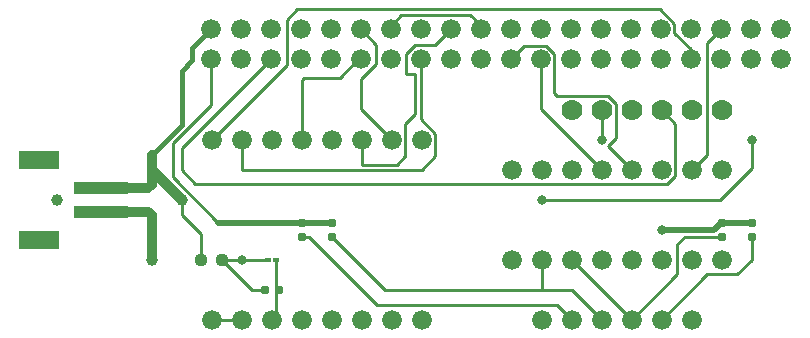
<source format=gbr>
%TF.GenerationSoftware,KiCad,Pcbnew,(6.0.7-1)-1*%
%TF.CreationDate,2022-08-15T15:20:02-07:00*%
%TF.ProjectId,KamiPCB,4b616d69-5043-4422-9e6b-696361645f70,rev?*%
%TF.SameCoordinates,Original*%
%TF.FileFunction,Copper,L1,Top*%
%TF.FilePolarity,Positive*%
%FSLAX46Y46*%
G04 Gerber Fmt 4.6, Leading zero omitted, Abs format (unit mm)*
G04 Created by KiCad (PCBNEW (6.0.7-1)-1) date 2022-08-15 15:20:02*
%MOMM*%
%LPD*%
G01*
G04 APERTURE LIST*
G04 Aperture macros list*
%AMRoundRect*
0 Rectangle with rounded corners*
0 $1 Rounding radius*
0 $2 $3 $4 $5 $6 $7 $8 $9 X,Y pos of 4 corners*
0 Add a 4 corners polygon primitive as box body*
4,1,4,$2,$3,$4,$5,$6,$7,$8,$9,$2,$3,0*
0 Add four circle primitives for the rounded corners*
1,1,$1+$1,$2,$3*
1,1,$1+$1,$4,$5*
1,1,$1+$1,$6,$7*
1,1,$1+$1,$8,$9*
0 Add four rect primitives between the rounded corners*
20,1,$1+$1,$2,$3,$4,$5,0*
20,1,$1+$1,$4,$5,$6,$7,0*
20,1,$1+$1,$6,$7,$8,$9,0*
20,1,$1+$1,$8,$9,$2,$3,0*%
G04 Aperture macros list end*
%TA.AperFunction,ComponentPad*%
%ADD10C,1.676400*%
%TD*%
%TA.AperFunction,SMDPad,CuDef*%
%ADD11RoundRect,0.160000X0.160000X-0.197500X0.160000X0.197500X-0.160000X0.197500X-0.160000X-0.197500X0*%
%TD*%
%TA.AperFunction,SMDPad,CuDef*%
%ADD12RoundRect,0.160000X-0.197500X-0.160000X0.197500X-0.160000X0.197500X0.160000X-0.197500X0.160000X0*%
%TD*%
%TA.AperFunction,SMDPad,CuDef*%
%ADD13RoundRect,0.237500X-0.250000X-0.237500X0.250000X-0.237500X0.250000X0.237500X-0.250000X0.237500X0*%
%TD*%
%TA.AperFunction,SMDPad,CuDef*%
%ADD14RoundRect,0.500000X0.000000X0.000000X0.000000X0.000000X0.000000X0.000000X0.000000X0.000000X0*%
%TD*%
%TA.AperFunction,ComponentPad*%
%ADD15C,1.778000*%
%TD*%
%TA.AperFunction,SMDPad,CuDef*%
%ADD16R,4.600000X1.000000*%
%TD*%
%TA.AperFunction,SMDPad,CuDef*%
%ADD17R,3.400000X1.600000*%
%TD*%
%TA.AperFunction,SMDPad,CuDef*%
%ADD18RoundRect,0.075000X-0.212500X-0.075000X0.212500X-0.075000X0.212500X0.075000X-0.212500X0.075000X0*%
%TD*%
%TA.AperFunction,ViaPad*%
%ADD19C,0.800000*%
%TD*%
%TA.AperFunction,ViaPad*%
%ADD20C,1.000000*%
%TD*%
%TA.AperFunction,Conductor*%
%ADD21C,0.500000*%
%TD*%
%TA.AperFunction,Conductor*%
%ADD22C,0.250000*%
%TD*%
%TA.AperFunction,Conductor*%
%ADD23C,0.812800*%
%TD*%
%TA.AperFunction,Conductor*%
%ADD24C,0.406400*%
%TD*%
%TA.AperFunction,Conductor*%
%ADD25C,0.254000*%
%TD*%
G04 APERTURE END LIST*
D10*
%TO.P,,*%
%TO.N,AN2*%
X162560000Y-116840000D03*
%TD*%
%TO.P,,*%
%TO.N,CH1*%
X157480000Y-116840000D03*
%TD*%
D11*
%TO.P,10k,*%
%TO.N,CH1*%
X134620000Y-109817500D03*
%TO.N,3.3V*%
X134620000Y-108622500D03*
%TD*%
%TO.P,10k,*%
%TO.N,CH2*%
X167640000Y-109817500D03*
%TO.N,3.3V*%
X167640000Y-108622500D03*
%TD*%
D12*
%TO.P,100k,*%
%TO.N,CH0*%
X128942500Y-114300000D03*
%TO.N,GND*%
X130137500Y-114300000D03*
%TD*%
D11*
%TO.P,100,*%
%TO.N,AN2*%
X170180000Y-109817500D03*
%TO.N,3.3V*%
X170180000Y-108622500D03*
%TD*%
%TO.P,100,*%
%TO.N,3.3V*%
X132080000Y-108622500D03*
%TO.N,AN1*%
X132080000Y-109817500D03*
%TD*%
D10*
%TO.P,,*%
%TO.N,CH0*%
X149860000Y-111760000D03*
%TD*%
%TO.P,,*%
%TO.N,GPIO16*%
X165100000Y-104140000D03*
%TD*%
%TO.P,,11*%
%TO.N,GPIO24*%
X137160000Y-101600000D03*
%TD*%
%TO.P,,13*%
%TO.N,GPIO17*%
X132080000Y-101600000D03*
%TD*%
%TO.P,,*%
%TO.N,CH1*%
X152400000Y-111760000D03*
%TD*%
%TO.P,,*%
%TO.N,3.3V*%
X149860000Y-104140000D03*
%TD*%
%TO.P,,*%
%TO.N,CH2*%
X160020000Y-116840000D03*
%TD*%
%TO.P,,*%
%TO.N,CH2*%
X154940000Y-111760000D03*
%TD*%
%TO.P,,3*%
%TO.N,N/C*%
X137160000Y-116840000D03*
%TD*%
%TO.P,,CH3*%
%TO.N,N/C*%
X157480000Y-111760000D03*
%TD*%
%TO.P,,6*%
%TO.N,GND*%
X129540000Y-116840000D03*
%TD*%
%TO.P,RPI1,1*%
%TO.N,3.3V*%
X124370757Y-94773271D03*
%TO.P,RPI1,2*%
%TO.N,5.0V*%
X124370757Y-92233271D03*
%TO.P,RPI1,3*%
%TO.N,SDA*%
X126910757Y-94773271D03*
%TO.P,RPI1,4*%
%TO.N,5.0V*%
X126910757Y-92233271D03*
%TO.P,RPI1,5*%
%TO.N,SCL*%
X129450757Y-94773271D03*
%TO.P,RPI1,6*%
%TO.N,GND*%
X129450757Y-92233271D03*
%TO.P,RPI1,7*%
%TO.N,GPIO4*%
X131990757Y-94773271D03*
%TO.P,RPI1,8*%
%TO.N,TXD*%
X131990757Y-92233271D03*
%TO.P,RPI1,9*%
%TO.N,GND*%
X134530757Y-94773271D03*
%TO.P,RPI1,10*%
%TO.N,RXD*%
X134530757Y-92233271D03*
%TO.P,RPI1,11*%
%TO.N,GPIO17*%
X137070757Y-94773271D03*
%TO.P,RPI1,12*%
%TO.N,GPIO18*%
X137070757Y-92233271D03*
%TO.P,RPI1,13*%
%TO.N,GPIO27*%
X139610757Y-94773271D03*
%TO.P,RPI1,14*%
%TO.N,GND*%
X139610757Y-92233271D03*
%TO.P,RPI1,15*%
%TO.N,GPIO22*%
X142150757Y-94773271D03*
%TO.P,RPI1,16*%
%TO.N,GPIO23*%
X142150757Y-92233271D03*
%TO.P,RPI1,17*%
%TO.N,3.3V*%
X144690757Y-94773271D03*
%TO.P,RPI1,18*%
%TO.N,GPIO24*%
X144690757Y-92233271D03*
%TO.P,RPI1,19*%
%TO.N,SPI_MOSI*%
X147230757Y-94773271D03*
%TO.P,RPI1,20*%
%TO.N,GND*%
X147230757Y-92233271D03*
%TO.P,RPI1,21*%
%TO.N,SPI_MISO*%
X149770757Y-94773271D03*
%TO.P,RPI1,22*%
%TO.N,GPIO25*%
X149770757Y-92233271D03*
%TO.P,RPI1,23*%
%TO.N,SPI_SCLK*%
X152310757Y-94773271D03*
%TO.P,RPI1,24*%
%TO.N,SPI_CE0*%
X152310757Y-92233271D03*
%TO.P,RPI1,25*%
%TO.N,GND*%
X154850757Y-94773271D03*
%TO.P,RPI1,26*%
%TO.N,SPI_CE1*%
X154850757Y-92233271D03*
%TO.P,RPI1,27*%
%TO.N,EEDATA*%
X157390757Y-94773271D03*
%TO.P,RPI1,28*%
%TO.N,EECLK*%
X157390757Y-92233271D03*
%TO.P,RPI1,29*%
%TO.N,GPIO5*%
X159930757Y-94773271D03*
%TO.P,RPI1,30*%
%TO.N,GND*%
X159930757Y-92233271D03*
%TO.P,RPI1,31*%
%TO.N,GPIO6*%
X162470757Y-94773271D03*
%TO.P,RPI1,32*%
%TO.N,GPIO12*%
X162470757Y-92233271D03*
%TO.P,RPI1,33*%
%TO.N,GPIO13*%
X165010757Y-94773271D03*
%TO.P,RPI1,34*%
%TO.N,GND*%
X165010757Y-92233271D03*
%TO.P,RPI1,35*%
%TO.N,GPIO19*%
X167550757Y-94773271D03*
%TO.P,RPI1,36*%
%TO.N,GPIO16*%
X167550757Y-92233271D03*
%TO.P,RPI1,37*%
%TO.N,GPIO26*%
X170090757Y-94773271D03*
%TO.P,RPI1,38*%
%TO.N,GPIO20*%
X170090757Y-92233271D03*
%TO.P,RPI1,39*%
%TO.N,GND*%
X172630757Y-94773271D03*
%TO.P,RPI1,40*%
%TO.N,GPIO21*%
X172630757Y-92233271D03*
%TD*%
%TO.P,,15*%
%TO.N,GPIO22*%
X127000000Y-101600000D03*
%TD*%
%TO.P,,8*%
%TO.N,5.0V*%
X124460000Y-116840000D03*
%TD*%
%TO.P,,14*%
%TO.N,GPIO27*%
X129540000Y-101600000D03*
%TD*%
%TO.P,,39*%
%TO.N,GND*%
X167640000Y-104140000D03*
%TD*%
%TO.P,,*%
%TO.N,GND*%
X154940000Y-104140000D03*
%TD*%
D13*
%TO.P,,*%
%TO.N,5.0V*%
X123547500Y-111760000D03*
%TO.N,CH0*%
X125372500Y-111760000D03*
%TD*%
D10*
%TO.P,,10*%
%TO.N,GPIO18*%
X139700000Y-101600000D03*
%TD*%
%TO.P,,16*%
%TO.N,GPIO13*%
X124460000Y-101600000D03*
%TD*%
%TO.P,,CH6*%
%TO.N,N/C*%
X165100000Y-111760000D03*
%TD*%
D14*
%TO.P,FID1,1*%
%TO.N,N/C*%
X111379000Y-106680000D03*
%TD*%
D10*
%TO.P,,*%
%TO.N,SPI_MISO*%
X160020000Y-104140000D03*
%TD*%
%TO.P,,*%
%TO.N,AN1*%
X154940000Y-116840000D03*
%TD*%
%TO.P,,*%
%TO.N,GND*%
X152400000Y-116840000D03*
%TD*%
%TO.P,,*%
%TO.N,3.3V*%
X152400000Y-104140000D03*
%TD*%
%TO.P,,CH4*%
%TO.N,N/C*%
X160020000Y-111760000D03*
%TD*%
%TO.P,,2*%
%TO.N,N/C*%
X139700000Y-116840000D03*
%TD*%
%TO.P,,CH7*%
%TO.N,N/C*%
X167640000Y-111760000D03*
%TD*%
%TO.P,,4*%
%TO.N,N/C*%
X134620000Y-116840000D03*
%TD*%
%TO.P,,*%
%TO.N,SPI_MOSI*%
X162560000Y-104140000D03*
%TD*%
%TO.P,,9*%
%TO.N,GND*%
X142240000Y-101600000D03*
%TD*%
D15*
%TO.P,JP1,1*%
%TO.N,N/C*%
X167640000Y-99060000D03*
%TO.P,JP1,2*%
%TO.N,SDA*%
X165100000Y-99060000D03*
%TO.P,JP1,3*%
%TO.N,SCL*%
X162560000Y-99060000D03*
%TO.P,JP1,4*%
%TO.N,GND*%
X160020000Y-99060000D03*
%TO.P,JP1,5*%
%TO.N,3.3V*%
X157480000Y-99060000D03*
%TO.P,JP1,6*%
%TO.N,N/C*%
X154940000Y-99060000D03*
%TD*%
D10*
%TO.P,,1*%
%TO.N,GND*%
X142240000Y-116840000D03*
%TD*%
%TO.P,,CH5*%
%TO.N,N/C*%
X162560000Y-111760000D03*
%TD*%
%TO.P,,12*%
%TO.N,GPIO23*%
X134620000Y-101600000D03*
%TD*%
%TO.P,,7*%
%TO.N,5.0V*%
X127000000Y-116840000D03*
%TD*%
%TO.P,,4*%
%TO.N,N/C*%
X132080000Y-116840000D03*
%TD*%
%TO.P,,*%
%TO.N,GND*%
X165100000Y-116840000D03*
%TD*%
%TO.P,,*%
%TO.N,SPI_SCLK*%
X157480000Y-104140000D03*
%TD*%
D16*
%TO.P,X1,*%
%TO.N,GND*%
X115079000Y-107680000D03*
%TO.N,5.0V*%
X115079000Y-105680000D03*
D17*
%TO.P,X1,NC1*%
%TO.N,N/C*%
X109879000Y-110080000D03*
%TO.P,X1,NC2*%
X109879000Y-103280000D03*
%TD*%
D18*
%TO.P, ,1*%
%TO.N,CH0*%
X129202500Y-111760000D03*
%TO.P, ,2*%
%TO.N,GND*%
X129877500Y-111760000D03*
%TD*%
D19*
%TO.N,3.3V*%
X162560000Y-109220000D03*
%TO.N,CH0*%
X127000000Y-111760000D03*
%TO.N,SDA*%
X152400000Y-106680000D03*
X170180000Y-101600000D03*
D20*
%TO.N,5.0V*%
X121920000Y-106680000D03*
D19*
%TO.N,3.3V*%
X157480000Y-101600000D03*
D20*
%TO.N,GND*%
X119380000Y-111760000D03*
%TD*%
D21*
%TO.N,3.3V*%
X162560000Y-109220000D02*
X167012804Y-109220000D01*
X167012804Y-109220000D02*
X167610304Y-108622500D01*
X167610304Y-108622500D02*
X167640000Y-108622500D01*
X167640000Y-108622500D02*
X170180000Y-108622500D01*
D22*
%TO.N,AN2*%
X162560000Y-116840000D02*
X166444989Y-112955011D01*
X166444989Y-112955011D02*
X168984989Y-112955011D01*
X168984989Y-112955011D02*
X170180000Y-111760000D01*
X170180000Y-111760000D02*
X170180000Y-109817500D01*
%TO.N,CH2*%
X160020000Y-116840000D02*
X154940000Y-111760000D01*
%TO.N,CH1*%
X152400000Y-114300000D02*
X154940000Y-114300000D01*
X139102500Y-114300000D02*
X152400000Y-114300000D01*
X152400000Y-114300000D02*
X152400000Y-111760000D01*
%TO.N,GND*%
X129877500Y-113962500D02*
X130137500Y-114222500D01*
X130137500Y-114222500D02*
X130137500Y-114300000D01*
%TO.N,CH2*%
X160020000Y-116840000D02*
X163904989Y-112955011D01*
X163904989Y-112955011D02*
X163904989Y-110415011D01*
X163904989Y-110415011D02*
X164502500Y-109817500D01*
X164502500Y-109817500D02*
X167640000Y-109817500D01*
%TO.N,AN1*%
X132080000Y-109817500D02*
X132677500Y-109817500D01*
X132677500Y-109817500D02*
X138434278Y-115574278D01*
X138434278Y-115574278D02*
X153674278Y-115574278D01*
X153674278Y-115574278D02*
X154940000Y-116840000D01*
%TO.N,CH1*%
X134620000Y-109817500D02*
X139102500Y-114300000D01*
X154940000Y-114300000D02*
X157480000Y-116840000D01*
%TO.N,CH0*%
X127000000Y-111760000D02*
X129261800Y-111760000D01*
%TO.N,3.3V*%
X124370757Y-94773271D02*
X124370757Y-98630757D01*
X124370757Y-98630757D02*
X121169441Y-101832073D01*
X121169441Y-104758189D02*
X125033752Y-108622500D01*
X121169441Y-101832073D02*
X121169441Y-104758189D01*
%TO.N,SDA*%
X152400000Y-106680000D02*
X167490023Y-106680000D01*
X167490023Y-106680000D02*
X170180000Y-103990023D01*
X170180000Y-103990023D02*
X170180000Y-101600000D01*
D21*
%TO.N,3.3V*%
X132080000Y-108622500D02*
X134620000Y-108622500D01*
X125033752Y-108622500D02*
X132080000Y-108622500D01*
D22*
%TO.N,GND*%
X129877500Y-114560000D02*
X129877500Y-114637500D01*
X129877500Y-114637500D02*
X129877500Y-116502500D01*
X130137500Y-114300000D02*
X129877500Y-114560000D01*
X129877500Y-111760000D02*
X129877500Y-113962500D01*
X129877500Y-113962500D02*
X129877500Y-114040000D01*
%TO.N,CH0*%
X127912500Y-114300000D02*
X128942500Y-114300000D01*
%TO.N,GND*%
X129877500Y-116502500D02*
X129540000Y-116840000D01*
X129877500Y-114040000D02*
X130137500Y-114300000D01*
%TO.N,CH0*%
X125372500Y-111760000D02*
X127000000Y-111760000D01*
X125372500Y-111760000D02*
X127912500Y-114300000D01*
%TO.N,5.0V*%
X123547500Y-109577500D02*
X121920000Y-107950000D01*
D23*
X119380000Y-105410000D02*
X119380000Y-104140000D01*
D24*
X121920000Y-100330000D02*
X119380000Y-102870000D01*
X121920000Y-95738777D02*
X121920000Y-100330000D01*
D23*
X119380000Y-104140000D02*
X121920000Y-106680000D01*
D24*
X124370757Y-92233271D02*
X122803957Y-93800071D01*
D22*
X123547500Y-111760000D02*
X123547500Y-109577500D01*
X119110000Y-105680000D02*
X119380000Y-105410000D01*
D24*
X122803957Y-93800071D02*
X122803957Y-94854820D01*
D22*
X127000000Y-116840000D02*
X124460000Y-116840000D01*
X121920000Y-107950000D02*
X121920000Y-106680000D01*
D23*
X119380000Y-104140000D02*
X119380000Y-102870000D01*
D24*
X122803957Y-94854820D02*
X121920000Y-95738777D01*
D23*
X115079000Y-105680000D02*
X119110000Y-105680000D01*
D22*
%TO.N,SCL*%
X163726400Y-100226400D02*
X162560000Y-99060000D01*
X121920000Y-104140000D02*
X123086400Y-105306400D01*
X129450757Y-94773271D02*
X121920000Y-102304028D01*
X163043139Y-105306400D02*
X163726400Y-104623139D01*
X121920000Y-102304028D02*
X121920000Y-104140000D01*
X163726400Y-104623139D02*
X163726400Y-100226400D01*
X123086400Y-105306400D02*
X163043139Y-105306400D01*
D25*
%TO.N,GPIO17*%
X135304757Y-96338271D02*
X136869757Y-94773271D01*
X132077514Y-96517514D02*
X132080000Y-96520000D01*
X132080000Y-96520000D02*
X132080000Y-101600000D01*
X132077514Y-96517514D02*
X132256757Y-96338271D01*
X136869757Y-94773271D02*
X137070757Y-94773271D01*
X132256757Y-96338271D02*
X135304757Y-96338271D01*
%TO.N,GPIO22*%
X127000000Y-104140000D02*
X142240000Y-104140000D01*
X142150757Y-99858389D02*
X142150757Y-94773271D01*
X127000000Y-101600000D02*
X127000000Y-104140000D01*
X142240000Y-104140000D02*
X143408400Y-102971600D01*
X143408400Y-101116032D02*
X142150757Y-99858389D01*
X143408400Y-102971600D02*
X143408400Y-101116032D01*
D22*
%TO.N,SPI_MISO*%
X158697200Y-101412631D02*
X157994916Y-102114916D01*
X149770757Y-94773271D02*
X150937157Y-93606871D01*
X158697200Y-98555819D02*
X158697200Y-101412631D01*
X153477157Y-97615765D02*
X153704192Y-97842800D01*
X152793896Y-93606871D02*
X153477157Y-94290132D01*
X157994916Y-102114916D02*
X160020000Y-104140000D01*
X153477157Y-94290132D02*
X153477157Y-97615765D01*
X157984181Y-97842800D02*
X158697200Y-98555819D01*
X153704192Y-97842800D02*
X157984181Y-97842800D01*
X150937157Y-93606871D02*
X152793896Y-93606871D01*
%TO.N,SPI_SCLK*%
X152310757Y-98970757D02*
X157480000Y-104140000D01*
X152310757Y-94773271D02*
X152310757Y-98970757D01*
D25*
%TO.N,GPIO13*%
X162436925Y-90547071D02*
X131715286Y-90547071D01*
X130822357Y-91440000D02*
X130822357Y-95237643D01*
X165010757Y-94773271D02*
X165010757Y-93890757D01*
X163639157Y-91749303D02*
X162436925Y-90547071D01*
X130822357Y-95237643D02*
X124460000Y-101600000D01*
X163639157Y-92519157D02*
X163639157Y-91749303D01*
X165010757Y-93890757D02*
X163639157Y-92519157D01*
X131715286Y-90547071D02*
X130822357Y-91440000D01*
%TO.N,3.3V*%
X157480000Y-101600000D02*
X157480000Y-99060000D01*
D23*
%TO.N,GND*%
X119380000Y-107950000D02*
X119380000Y-111760000D01*
D25*
X146353757Y-91004271D02*
X147230757Y-91881271D01*
D23*
X115079000Y-107680000D02*
X119110000Y-107680000D01*
D25*
X147230757Y-91881271D02*
X147230757Y-92233271D01*
D23*
X119110000Y-107680000D02*
X119380000Y-107950000D01*
D25*
X139610757Y-91905271D02*
X140511757Y-91004271D01*
X140511757Y-91004271D02*
X146353757Y-91004271D01*
X139610757Y-92233271D02*
X139610757Y-91905271D01*
%TO.N,GPIO18*%
X139700000Y-101600000D02*
X137082757Y-98982757D01*
X138352757Y-95195271D02*
X138352757Y-93515271D01*
X137082757Y-98982757D02*
X137082757Y-96465271D01*
X137082757Y-96465271D02*
X138352757Y-95195271D01*
X138352757Y-93515271D02*
X137070757Y-92233271D01*
%TO.N,GPIO24*%
X141693557Y-99403243D02*
X140868400Y-100228400D01*
X137160000Y-103682800D02*
X137160000Y-101600000D01*
X140952917Y-95971111D02*
X141691111Y-95971111D01*
X143348597Y-93575431D02*
X141654595Y-93575431D01*
X137160000Y-103682800D02*
X140157200Y-103682800D01*
X140952917Y-94277109D02*
X140952917Y-95971111D01*
X140868400Y-100228400D02*
X140868400Y-102971600D01*
X141693557Y-95973557D02*
X141693557Y-99403243D01*
X141691111Y-95971111D02*
X141693557Y-95973557D01*
X140868400Y-102971600D02*
X140157200Y-103682800D01*
X141654595Y-93575431D02*
X140952917Y-94277109D01*
X144690757Y-92233271D02*
X143348597Y-93575431D01*
D22*
%TO.N,GPIO16*%
X167550757Y-92233271D02*
X166384357Y-93399671D01*
X166384357Y-102855643D02*
X166384357Y-93399671D01*
X166384357Y-102855643D02*
X165100000Y-104140000D01*
%TD*%
M02*

</source>
